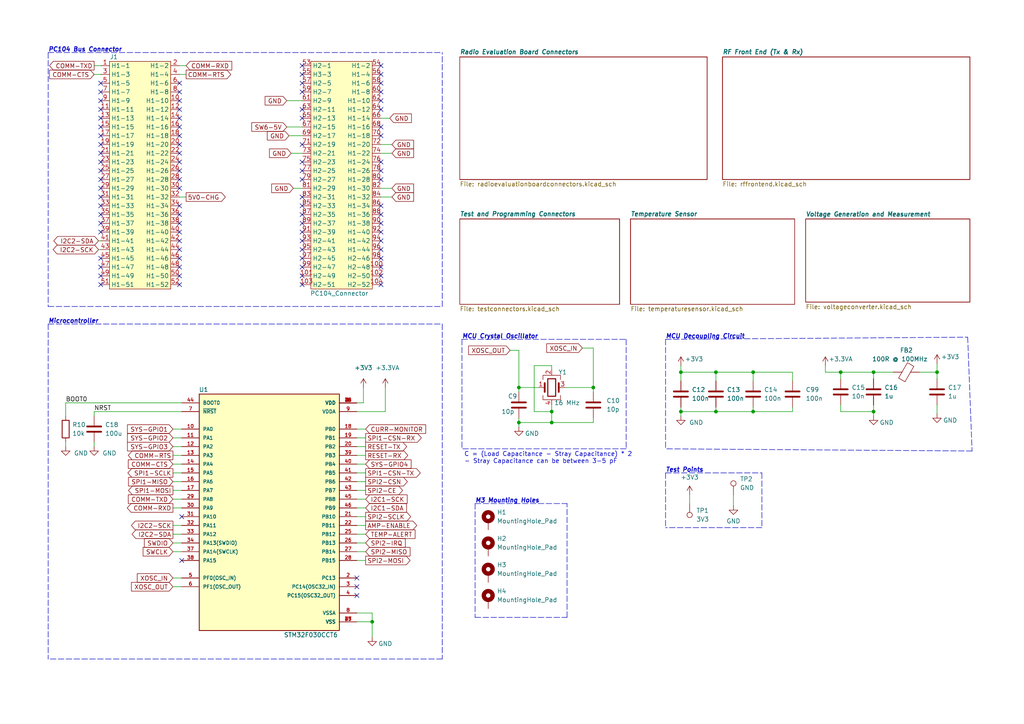
<source format=kicad_sch>
(kicad_sch (version 20211123) (generator eeschema)
  (paper "A4")
  (lib_symbols
    (symbol "Connector:TestPoint" (pin_numbers hide) (pin_names (offset 0.762) hide)
      (property "Reference" "TP" (at 0 6.858 0))
      (property "Value" "TestPoint" (at 0 5.08 0))
      (symbol "TestPoint_0_1"
        (circle (center 0 3.302) (radius 0.762))
      )
      (symbol "TestPoint_1_1"
        (pin passive line (at 0 0 90) (length 2.54) (name "1") (number "1"))
      )
    )
    (symbol "Device:C" (pin_numbers hide) (pin_names (offset 0.254))
      (property "Reference" "C" (at 0.635 2.54 0))
      (property "Value" "C" (at 0.635 -2.54 0))
      (symbol "C_0_1"
        (polyline (pts (xy -2.032 -0.762) (xy 2.032 -0.762)) (stroke (width 0.508)))
        (polyline (pts (xy -2.032 0.762) (xy 2.032 0.762)) (stroke (width 0.508)))
      )
      (symbol "C_1_1"
        (pin passive line (at 0 3.81 270) (length 2.794) (name "~") (number "1"))
        (pin passive line (at 0 -3.81 90) (length 2.794) (name "~") (number "2"))
      )
    )
    (symbol "Device:Crystal_GND24" (pin_names (offset 1.016) hide)
      (property "Reference" "Y" (at 3.175 5.08 0))
      (property "Value" "Crystal_GND24" (at 3.175 3.175 0))
      (symbol "Crystal_GND24_0_1"
        (rectangle (start -1.143 2.54) (end 1.143 -2.54) (stroke (width 0.3048)))
        (polyline (pts (xy -2.54 0) (xy -2.032 0)))
        (polyline (pts (xy -2.032 -1.27) (xy -2.032 1.27)) (stroke (width 0.508)))
        (polyline (pts (xy 0 -3.81) (xy 0 -3.556)))
        (polyline (pts (xy 0 3.556) (xy 0 3.81)))
        (polyline (pts (xy 2.032 -1.27) (xy 2.032 1.27)) (stroke (width 0.508)))
        (polyline (pts (xy 2.032 0) (xy 2.54 0)))
        (polyline (pts (xy -2.54 -2.286) (xy -2.54 -3.556) (xy 2.54 -3.556) (xy 2.54 -2.286)))
        (polyline (pts (xy -2.54 2.286) (xy -2.54 3.556) (xy 2.54 3.556) (xy 2.54 2.286)))
      )
      (symbol "Crystal_GND24_1_1"
        (pin passive line (at -3.81 0 0) (length 1.27) (name "1") (number "1"))
        (pin passive line (at 0 5.08 270) (length 1.27) (name "2") (number "2"))
        (pin passive line (at 3.81 0 180) (length 1.27) (name "3") (number "3"))
        (pin passive line (at 0 -5.08 90) (length 1.27) (name "4") (number "4"))
      )
    )
    (symbol "Device:FerriteBead" (pin_numbers hide) (pin_names (offset 0))
      (property "Reference" "FB" (at -3.81 0.635 90))
      (property "Value" "FerriteBead" (at 3.81 0 90))
      (symbol "FerriteBead_0_1"
        (polyline (pts (xy 0 -1.27) (xy 0 -1.2192)))
        (polyline (pts (xy 0 1.27) (xy 0 1.2954)))
        (polyline (pts (xy -2.7686 0.4064) (xy -1.7018 2.2606) (xy 2.7686 -0.3048) (xy 1.6764 -2.159) (xy -2.7686 0.4064)))
      )
      (symbol "FerriteBead_1_1"
        (pin passive line (at 0 3.81 270) (length 2.54) (name "~") (number "1"))
        (pin passive line (at 0 -3.81 90) (length 2.54) (name "~") (number "2"))
      )
    )
    (symbol "Device:R" (pin_numbers hide) (pin_names (offset 0))
      (property "Reference" "R" (at 2.032 0 90))
      (property "Value" "R" (at 0 0 90))
      (symbol "R_0_1"
        (rectangle (start -1.016 -2.54) (end 1.016 2.54) (stroke (width 0.254)))
      )
      (symbol "R_1_1"
        (pin passive line (at 0 3.81 270) (length 1.27) (name "~") (number "1"))
        (pin passive line (at 0 -3.81 90) (length 1.27) (name "~") (number "2"))
      )
    )
    (symbol "Mechanical:MountingHole_Pad" (pin_numbers hide) (pin_names (offset 1.016) hide)
      (property "Reference" "H" (at 0 6.35 0))
      (property "Value" "MountingHole_Pad" (at 0 4.445 0))
      (symbol "MountingHole_Pad_0_1"
        (circle (center 0 1.27) (radius 1.27) (stroke (width 1.27)))
      )
      (symbol "MountingHole_Pad_1_1"
        (pin input line (at 0 -2.54 90) (length 2.54) (name "1") (number "1"))
      )
    )
    (symbol "STM32F030CCT6:STM32F030CCT6" (pin_names (offset 1.016))
      (property "Reference" "U" (at -20.3383 33.0497 0))
      (property "Value" "STM32F030CCT6" (at -20.3351 -38.1284 0))
      (symbol "STM32F030CCT6_0_0"
        (rectangle (start -20.32 -35.56) (end 20.32 33.02) (stroke (width 0.254)) (fill (type background)))
        (pin power_in line (at 25.4 30.48 180) (length 5.08) (name "VDD") (number "1"))
        (pin bidirectional line (at -25.4 22.86 0) (length 5.08) (name "PA0") (number "10"))
        (pin bidirectional line (at -25.4 20.32 0) (length 5.08) (name "PA1") (number "11"))
        (pin bidirectional line (at -25.4 17.78 0) (length 5.08) (name "PA2") (number "12"))
        (pin bidirectional line (at -25.4 15.24 0) (length 5.08) (name "PA3") (number "13"))
        (pin bidirectional line (at -25.4 12.7 0) (length 5.08) (name "PA4") (number "14"))
        (pin bidirectional line (at -25.4 10.16 0) (length 5.08) (name "PA5") (number "15"))
        (pin bidirectional line (at -25.4 7.62 0) (length 5.08) (name "PA6") (number "16"))
        (pin bidirectional line (at -25.4 5.08 0) (length 5.08) (name "PA7") (number "17"))
        (pin bidirectional line (at 25.4 22.86 180) (length 5.08) (name "PB0") (number "18"))
        (pin bidirectional line (at 25.4 20.32 180) (length 5.08) (name "PB1") (number "19"))
        (pin bidirectional line (at 25.4 -20.32 180) (length 5.08) (name "PC13") (number "2"))
        (pin bidirectional line (at 25.4 17.78 180) (length 5.08) (name "PB2") (number "20"))
        (pin bidirectional line (at 25.4 -2.54 180) (length 5.08) (name "PB10") (number "21"))
        (pin bidirectional line (at 25.4 -5.08 180) (length 5.08) (name "PB11") (number "22"))
        (pin power_in line (at 25.4 -33.02 180) (length 5.08) (name "VSS") (number "23"))
        (pin power_in line (at 25.4 30.48 180) (length 5.08) (name "VDD") (number "24"))
        (pin bidirectional line (at 25.4 -7.62 180) (length 5.08) (name "PB12") (number "25"))
        (pin bidirectional line (at 25.4 -10.16 180) (length 5.08) (name "PB13") (number "26"))
        (pin bidirectional line (at 25.4 -12.7 180) (length 5.08) (name "PB14") (number "27"))
        (pin bidirectional line (at 25.4 -15.24 180) (length 5.08) (name "PB15") (number "28"))
        (pin bidirectional line (at -25.4 2.54 0) (length 5.08) (name "PA8") (number "29"))
        (pin bidirectional line (at 25.4 -22.86 180) (length 5.08) (name "PC14(OSC32_IN)") (number "3"))
        (pin bidirectional line (at -25.4 0 0) (length 5.08) (name "PA9") (number "30"))
        (pin bidirectional line (at -25.4 -2.54 0) (length 5.08) (name "PA10") (number "31"))
        (pin bidirectional line (at -25.4 -5.08 0) (length 5.08) (name "PA11") (number "32"))
        (pin bidirectional line (at -25.4 -7.62 0) (length 5.08) (name "PA12") (number "33"))
        (pin bidirectional line (at -25.4 -10.16 0) (length 5.08) (name "PA13(SWDIO)") (number "34"))
        (pin power_in line (at 25.4 -33.02 180) (length 5.08) (name "VSS") (number "35"))
        (pin power_in line (at 25.4 30.48 180) (length 5.08) (name "VDD") (number "36"))
        (pin bidirectional line (at -25.4 -12.7 0) (length 5.08) (name "PA14(SWCLK)") (number "37"))
        (pin bidirectional line (at -25.4 -15.24 0) (length 5.08) (name "PA15") (number "38"))
        (pin bidirectional line (at 25.4 15.24 180) (length 5.08) (name "PB3") (number "39"))
        (pin bidirectional line (at 25.4 -25.4 180) (length 5.08) (name "PC15(OSC32_OUT)") (number "4"))
        (pin bidirectional line (at 25.4 12.7 180) (length 5.08) (name "PB4") (number "40"))
        (pin bidirectional line (at 25.4 10.16 180) (length 5.08) (name "PB5") (number "41"))
        (pin bidirectional line (at 25.4 7.62 180) (length 5.08) (name "PB6") (number "42"))
        (pin bidirectional line (at 25.4 5.08 180) (length 5.08) (name "PB7") (number "43"))
        (pin input line (at -25.4 30.48 0) (length 5.08) (name "BOOT0") (number "44"))
        (pin bidirectional line (at 25.4 2.54 180) (length 5.08) (name "PB8") (number "45"))
        (pin bidirectional line (at 25.4 0 180) (length 5.08) (name "PB9") (number "46"))
        (pin power_in line (at 25.4 -33.02 180) (length 5.08) (name "VSS") (number "47"))
        (pin power_in line (at 25.4 30.48 180) (length 5.08) (name "VDD") (number "48"))
        (pin bidirectional line (at -25.4 -20.32 0) (length 5.08) (name "PF0(OSC_IN)") (number "5"))
        (pin bidirectional line (at -25.4 -22.86 0) (length 5.08) (name "PF1(OSC_OUT)") (number "6"))
        (pin bidirectional line (at -25.4 27.94 0) (length 5.08) (name "~{NRST}") (number "7"))
        (pin power_in line (at 25.4 -30.48 180) (length 5.08) (name "VSSA") (number "8"))
        (pin power_in line (at 25.4 27.94 180) (length 5.08) (name "VDDA") (number "9"))
      )
    )
    (symbol "power:+3.3VA" (power) (pin_names (offset 0))
      (property "Value" "+3.3VA" (at 0 3.556 0))
      (symbol "+3.3VA_0_1"
        (polyline (pts (xy -0.762 1.27) (xy 0 2.54)))
        (polyline (pts (xy 0 0) (xy 0 2.54)))
        (polyline (pts (xy 0 2.54) (xy 0.762 1.27)))
      )
      (symbol "+3.3VA_1_1"
        (pin power_in line (at 0 0 90) (length 0) hide (name "+3.3VA") (number "1"))
      )
    )
    (symbol "power:+3V3" (power) (pin_names (offset 0))
      (property "Value" "+3V3" (at 0 3.556 0))
      (symbol "+3V3_0_1"
        (polyline (pts (xy -0.762 1.27) (xy 0 2.54)))
        (polyline (pts (xy 0 0) (xy 0 2.54)))
        (polyline (pts (xy 0 2.54) (xy 0.762 1.27)))
      )
      (symbol "+3V3_1_1"
        (pin power_in line (at 0 0 90) (length 0) hide (name "+3V3") (number "1"))
      )
    )
    (symbol "power:GND" (power) (pin_names (offset 0))
      (property "Value" "GND" (at 0 -3.81 0))
      (symbol "GND_0_1"
        (polyline (pts (xy 0 0) (xy 0 -1.27) (xy 1.27 -1.27) (xy 0 -2.54) (xy -1.27 -1.27) (xy 0 -1.27)))
      )
      (symbol "GND_1_1"
        (pin power_in line (at 0 0 270) (length 0) hide (name "GND") (number "1"))
      )
    )
    (symbol "qset-connector-library:PC104_Connector"
      (property "Reference" "J" (at -36.83 -71.12 0))
      (property "Value" "PC104_Connector" (at -26.67 -71.12 0))
      (symbol "PC104_Connector_0_1"
        (rectangle (start -38.1 -2.54) (end -20.32 -68.58) (fill (type background)))
        (rectangle (start 20.32 -2.54) (end 38.1 -68.58) (fill (type background)))
      )
      (symbol "PC104_Connector_1_1"
        (pin bidirectional line (at -40.64 -3.81 0) (length 2.54) (name "H1-1") (number "1"))
        (pin bidirectional line (at -17.78 -13.97 180) (length 2.54) (name "H1-10") (number "10"))
        (pin bidirectional line (at 40.64 -62.23 180) (length 2.54) (name "H2-48") (number "100"))
        (pin bidirectional line (at 17.78 -64.77 0) (length 2.54) (name "H2-49") (number "101"))
        (pin bidirectional line (at 40.64 -64.77 180) (length 2.54) (name "H2-50") (number "102"))
        (pin bidirectional line (at 17.78 -67.31 0) (length 2.54) (name "H2-51") (number "103"))
        (pin bidirectional line (at 40.64 -67.31 180) (length 2.54) (name "H2-52") (number "104"))
        (pin bidirectional line (at -40.64 -16.51 0) (length 2.54) (name "H1-11") (number "11"))
        (pin bidirectional line (at -17.78 -16.51 180) (length 2.54) (name "H1-12") (number "12"))
        (pin bidirectional line (at -40.64 -19.05 0) (length 2.54) (name "H1-13") (number "13"))
        (pin bidirectional line (at -17.78 -19.05 180) (length 2.54) (name "H1-14") (number "14"))
        (pin bidirectional line (at -40.64 -21.59 0) (length 2.54) (name "H1-15") (number "15"))
        (pin bidirectional line (at -17.78 -21.59 180) (length 2.54) (name "H1-16") (number "16"))
        (pin bidirectional line (at -40.64 -24.13 0) (length 2.54) (name "H1-17") (number "17"))
        (pin bidirectional line (at -17.78 -24.13 180) (length 2.54) (name "H1-18") (number "18"))
        (pin bidirectional line (at -40.64 -26.67 0) (length 2.54) (name "H1-19") (number "19"))
        (pin bidirectional line (at -17.78 -3.81 180) (length 2.54) (name "H1-2") (number "2"))
        (pin bidirectional line (at -17.78 -26.67 180) (length 2.54) (name "H1-20") (number "20"))
        (pin bidirectional line (at -40.64 -29.21 0) (length 2.54) (name "H1-21") (number "21"))
        (pin bidirectional line (at -17.78 -29.21 180) (length 2.54) (name "H1-22") (number "22"))
        (pin bidirectional line (at -40.64 -31.75 0) (length 2.54) (name "H1-23") (number "23"))
        (pin bidirectional line (at -17.78 -31.75 180) (length 2.54) (name "H1-24") (number "24"))
        (pin bidirectional line (at -40.64 -34.29 0) (length 2.54) (name "H1-25") (number "25"))
        (pin bidirectional line (at -17.78 -34.29 180) (length 2.54) (name "H1-26") (number "26"))
        (pin bidirectional line (at -40.64 -36.83 0) (length 2.54) (name "H1-27") (number "27"))
        (pin bidirectional line (at -17.78 -36.83 180) (length 2.54) (name "H1-28") (number "28"))
        (pin bidirectional line (at -40.64 -39.37 0) (length 2.54) (name "H1-29") (number "29"))
        (pin bidirectional line (at -40.64 -6.35 0) (length 2.54) (name "H1-3") (number "3"))
        (pin bidirectional line (at -17.78 -39.37 180) (length 2.54) (name "H1-30") (number "30"))
        (pin bidirectional line (at -40.64 -41.91 0) (length 2.54) (name "H1-31") (number "31"))
        (pin bidirectional line (at -17.78 -41.91 180) (length 2.54) (name "H1-32") (number "32"))
        (pin bidirectional line (at -40.64 -44.45 0) (length 2.54) (name "H1-33") (number "33"))
        (pin bidirectional line (at -17.78 -44.45 180) (length 2.54) (name "H1-34") (number "34"))
        (pin bidirectional line (at -40.64 -46.99 0) (length 2.54) (name "H1-35") (number "35"))
        (pin bidirectional line (at -17.78 -46.99 180) (length 2.54) (name "H1-36") (number "36"))
        (pin bidirectional line (at -40.64 -49.53 0) (length 2.54) (name "H1-37") (number "37"))
        (pin bidirectional line (at -17.78 -49.53 180) (length 2.54) (name "H1-38") (number "38"))
        (pin bidirectional line (at -40.64 -52.07 0) (length 2.54) (name "H1-39") (number "39"))
        (pin bidirectional line (at -17.78 -6.35 180) (length 2.54) (name "H1-4") (number "4"))
        (pin bidirectional line (at -17.78 -52.07 180) (length 2.54) (name "H1-40") (number "40"))
        (pin bidirectional line (at -40.64 -54.61 0) (length 2.54) (name "H1-41") (number "41"))
        (pin bidirectional line (at -17.78 -54.61 180) (length 2.54) (name "H1-42") (number "42"))
        (pin bidirectional line (at -40.64 -57.15 0) (length 2.54) (name "H1-43") (number "43"))
        (pin bidirectional line (at -17.78 -57.15 180) (length 2.54) (name "H1-44") (number "44"))
        (pin bidirectional line (at -40.64 -59.69 0) (length 2.54) (name "H1-45") (number "45"))
        (pin bidirectional line (at -17.78 -59.69 180) (length 2.54) (name "H1-46") (number "46"))
        (pin bidirectional line (at -40.64 -62.23 0) (length 2.54) (name "H1-47") (number "47"))
        (pin bidirectional line (at -17.78 -62.23 180) (length 2.54) (name "H1-48") (number "48"))
        (pin bidirectional line (at -40.64 -64.77 0) (length 2.54) (name "H1-49") (number "49"))
        (pin bidirectional line (at -40.64 -8.89 0) (length 2.54) (name "H1-5") (number "5"))
        (pin bidirectional line (at -17.78 -64.77 180) (length 2.54) (name "H1-50") (number "50"))
        (pin bidirectional line (at -40.64 -67.31 0) (length 2.54) (name "H1-51") (number "51"))
        (pin bidirectional line (at -17.78 -67.31 180) (length 2.54) (name "H1-52") (number "52"))
        (pin bidirectional line (at 17.78 -3.81 0) (length 2.54) (name "H2-1") (number "53"))
        (pin bidirectional line (at 40.64 -3.81 180) (length 2.54) (name "H1-2") (number "54"))
        (pin bidirectional line (at 17.78 -6.35 0) (length 2.54) (name "H3-3") (number "55"))
        (pin bidirectional line (at 40.64 -6.35 180) (length 2.54) (name "H1-4") (number "56"))
        (pin bidirectional line (at 17.78 -8.89 0) (length 2.54) (name "H2-5") (number "57"))
        (pin bidirectional line (at 40.64 -8.89 180) (length 2.54) (name "H1-6") (number "58"))
        (pin bidirectional line (at 17.78 -11.43 0) (length 2.54) (name "H2-7") (number "59"))
        (pin bidirectional line (at -17.78 -8.89 180) (length 2.54) (name "H1-6") (number "6"))
        (pin bidirectional line (at 40.64 -11.43 180) (length 2.54) (name "H1-8") (number "60"))
        (pin bidirectional line (at 17.78 -13.97 0) (length 2.54) (name "H2-9") (number "61"))
        (pin bidirectional line (at 40.64 -13.97 180) (length 2.54) (name "H1-10") (number "62"))
        (pin bidirectional line (at 17.78 -16.51 0) (length 2.54) (name "H2-11") (number "63"))
        (pin bidirectional line (at 40.64 -16.51 180) (length 2.54) (name "H1-12") (number "64"))
        (pin bidirectional line (at 17.78 -19.05 0) (length 2.54) (name "H2-13") (number "65"))
        (pin bidirectional line (at 40.64 -19.05 180) (length 2.54) (name "H1-14") (number "66"))
        (pin bidirectional line (at 17.78 -21.59 0) (length 2.54) (name "H2-15") (number "67"))
        (pin bidirectional line (at 40.64 -21.59 180) (length 2.54) (name "H1-16") (number "68"))
        (pin bidirectional line (at 17.78 -24.13 0) (length 2.54) (name "H2-17") (number "69"))
        (pin bidirectional line (at -40.64 -11.43 0) (length 2.54) (name "H1-7") (number "7"))
        (pin bidirectional line (at 40.64 -24.13 180) (length 2.54) (name "H1-18") (number "70"))
        (pin bidirectional line (at 17.78 -26.67 0) (length 2.54) (name "H2-19") (number "71"))
        (pin bidirectional line (at 40.64 -26.67 180) (length 2.54) (name "H1-20") (number "72"))
        (pin bidirectional line (at 17.78 -29.21 0) (length 2.54) (name "H2-21") (number "73"))
        (pin bidirectional line (at 40.64 -29.21 180) (length 2.54) (name "H1-22") (number "74"))
        (pin bidirectional line (at 17.78 -31.75 0) (length 2.54) (name "H2-23") (number "75"))
        (pin bidirectional line (at 40.64 -31.75 180) (length 2.54) (name "H1-24") (number "76"))
        (pin bidirectional line (at 17.78 -34.29 0) (length 2.54) (name "H2-25") (number "77"))
        (pin bidirectional line (at 40.64 -34.29 180) (length 2.54) (name "H1-26") (number "78"))
        (pin bidirectional line (at 17.78 -36.83 0) (length 2.54) (name "H2-27") (number "79"))
        (pin bidirectional line (at -17.78 -11.43 180) (length 2.54) (name "H1-8") (number "8"))
        (pin bidirectional line (at 40.64 -36.83 180) (length 2.54) (name "H1-28") (number "80"))
        (pin bidirectional line (at 17.78 -39.37 0) (length 2.54) (name "H2-29") (number "81"))
        (pin bidirectional line (at 40.64 -39.37 180) (length 2.54) (name "H1-30") (number "82"))
        (pin bidirectional line (at 17.78 -41.91 0) (length 2.54) (name "H2-31") (number "83"))
        (pin bidirectional line (at 40.64 -41.91 180) (length 2.54) (name "H1-32") (number "84"))
        (pin bidirectional line (at 17.78 -44.45 0) (length 2.54) (name "H2-33") (number "85"))
        (pin bidirectional line (at 40.64 -44.45 180) (length 2.54) (name "H1-34") (number "86"))
        (pin bidirectional line (at 17.78 -46.99 0) (length 2.54) (name "H2-35") (number "87"))
        (pin bidirectional line (at 40.64 -46.99 180) (length 2.54) (name "H1-36") (number "88"))
        (pin bidirectional line (at 17.78 -49.53 0) (length 2.54) (name "H2-37") (number "89"))
        (pin bidirectional line (at -40.64 -13.97 0) (length 2.54) (name "H1-9") (number "9"))
        (pin bidirectional line (at 40.64 -49.53 180) (length 2.54) (name "H1-38") (number "90"))
        (pin bidirectional line (at 17.78 -52.07 0) (length 2.54) (name "H2-39") (number "91"))
        (pin bidirectional line (at 40.64 -52.07 180) (length 2.54) (name "H1-40") (number "92"))
        (pin bidirectional line (at 17.78 -54.61 0) (length 2.54) (name "H2-41") (number "93"))
        (pin bidirectional line (at 40.64 -54.61 180) (length 2.54) (name "H1-42") (number "94"))
        (pin bidirectional line (at 17.78 -57.15 0) (length 2.54) (name "H2-43") (number "95"))
        (pin bidirectional line (at 40.64 -57.15 180) (length 2.54) (name "H1-44") (number "96"))
        (pin bidirectional line (at 17.78 -59.69 0) (length 2.54) (name "H2-45") (number "97"))
        (pin bidirectional line (at 40.64 -59.69 180) (length 2.54) (name "H2-46") (number "98"))
        (pin bidirectional line (at 17.78 -62.23 0) (length 2.54) (name "H2-47") (number "99"))
      )
    )
  )
  (junction (at 197.485 119.38))
  (junction (at 218.44 107.95))
  (junction (at 172.085 112.395))
  (junction (at 243.84 107.95))
  (junction (at 253.365 119.38))
  (junction (at 271.78 107.95))
  (junction (at 107.95 180.34))
  (junction (at 197.485 107.95))
  (junction (at 207.645 119.38))
  (junction (at 150.495 112.395))
  (junction (at 160.02 122.555))
  (junction (at 218.44 119.38))
  (junction (at 150.495 122.555))
  (junction (at 253.365 107.95))
  (junction (at 160.02 119.38))
  (junction (at 207.645 107.95))
  (no_connect (at 29.21 29.21))
  (no_connect (at 29.21 31.75))
  (no_connect (at 29.21 46.99))
  (no_connect (at 29.21 24.13))
  (no_connect (at 29.21 26.67))
  (no_connect (at 29.21 34.29))
  (no_connect (at 29.21 36.83))
  (no_connect (at 29.21 39.37))
  (no_connect (at 29.21 41.91))
  (no_connect (at 29.21 44.45))
  (no_connect (at 29.21 59.69))
  (no_connect (at 29.21 62.23))
  (no_connect (at 29.21 64.77))
  (no_connect (at 29.21 67.31))
  (no_connect (at 29.21 74.93))
  (no_connect (at 29.21 77.47))
  (no_connect (at 29.21 80.01))
  (no_connect (at 29.21 82.55))
  (no_connect (at 52.07 82.55))
  (no_connect (at 52.07 80.01))
  (no_connect (at 52.07 77.47))
  (no_connect (at 52.07 74.93))
  (no_connect (at 52.07 72.39))
  (no_connect (at 52.07 69.85))
  (no_connect (at 52.07 67.31))
  (no_connect (at 52.07 64.77))
  (no_connect (at 52.07 62.23))
  (no_connect (at 52.07 59.69))
  (no_connect (at 29.21 49.53))
  (no_connect (at 29.21 52.07))
  (no_connect (at 29.21 54.61))
  (no_connect (at 29.21 57.15))
  (no_connect (at 52.07 54.61))
  (no_connect (at 52.07 52.07))
  (no_connect (at 52.07 49.53))
  (no_connect (at 52.07 46.99))
  (no_connect (at 52.07 44.45))
  (no_connect (at 52.07 41.91))
  (no_connect (at 52.07 36.83))
  (no_connect (at 52.07 39.37))
  (no_connect (at 52.07 24.13))
  (no_connect (at 52.07 26.67))
  (no_connect (at 52.07 29.21))
  (no_connect (at 52.07 31.75))
  (no_connect (at 52.07 34.29))
  (no_connect (at 87.63 31.75))
  (no_connect (at 87.63 19.05))
  (no_connect (at 87.63 21.59))
  (no_connect (at 87.63 24.13))
  (no_connect (at 87.63 26.67))
  (no_connect (at 87.63 34.29))
  (no_connect (at 87.63 41.91))
  (no_connect (at 87.63 46.99))
  (no_connect (at 87.63 49.53))
  (no_connect (at 87.63 52.07))
  (no_connect (at 87.63 57.15))
  (no_connect (at 87.63 59.69))
  (no_connect (at 87.63 62.23))
  (no_connect (at 87.63 64.77))
  (no_connect (at 87.63 67.31))
  (no_connect (at 87.63 69.85))
  (no_connect (at 87.63 72.39))
  (no_connect (at 87.63 74.93))
  (no_connect (at 87.63 77.47))
  (no_connect (at 87.63 80.01))
  (no_connect (at 87.63 82.55))
  (no_connect (at 110.49 82.55))
  (no_connect (at 110.49 80.01))
  (no_connect (at 110.49 77.47))
  (no_connect (at 110.49 74.93))
  (no_connect (at 110.49 72.39))
  (no_connect (at 110.49 69.85))
  (no_connect (at 110.49 67.31))
  (no_connect (at 110.49 64.77))
  (no_connect (at 110.49 62.23))
  (no_connect (at 110.49 59.69))
  (no_connect (at 110.49 52.07))
  (no_connect (at 52.705 162.56))
  (no_connect (at 103.505 170.18))
  (no_connect (at 103.505 172.72))
  (no_connect (at 103.505 167.64))
  (no_connect (at 52.705 149.86))
  (no_connect (at 110.49 29.21))
  (no_connect (at 110.49 19.05))
  (no_connect (at 110.49 21.59))
  (no_connect (at 110.49 24.13))
  (no_connect (at 110.49 26.67))
  (no_connect (at 110.49 49.53))
  (no_connect (at 110.49 46.99))
  (no_connect (at 110.49 39.37))
  (no_connect (at 110.49 36.83))
  (no_connect (at 110.49 31.75))
  (wire (pts (xy 243.84 119.38) (xy 253.365 119.38)))
  (wire (pts (xy 106.045 147.32) (xy 103.505 147.32)))
  (wire (pts (xy 218.44 118.11) (xy 218.44 119.38)))
  (wire (pts (xy 107.95 177.8) (xy 103.505 177.8)))
  (wire (pts (xy 218.44 107.95) (xy 218.44 110.49)))
  (wire (pts (xy 160.02 106.045) (xy 154.94 106.045)))
  (polyline (pts (xy 220.98 153.035) (xy 193.04 153.035)))
  (wire (pts (xy 160.02 107.315) (xy 160.02 106.045)))
  (wire (pts (xy 197.485 107.95) (xy 197.485 110.49)))
  (wire (pts (xy 50.165 139.7) (xy 52.705 139.7)))
  (wire (pts (xy 113.665 54.61) (xy 110.49 54.61)))
  (polyline (pts (xy 193.04 137.16) (xy 220.98 137.16)))
  (wire (pts (xy 106.045 142.24) (xy 103.505 142.24)))
  (polyline (pts (xy 13.97 15.24) (xy 13.97 88.9)))
  (wire (pts (xy 113.665 44.45) (xy 110.49 44.45)))
  (wire (pts (xy 106.045 154.94) (xy 103.505 154.94)))
  (wire (pts (xy 197.485 119.38) (xy 197.485 120.65)))
  (wire (pts (xy 253.365 117.475) (xy 253.365 119.38)))
  (wire (pts (xy 150.495 122.555) (xy 150.495 123.825)))
  (wire (pts (xy 105.41 116.84) (xy 103.505 116.84)))
  (wire (pts (xy 50.165 142.24) (xy 52.705 142.24)))
  (polyline (pts (xy 281.94 130.81) (xy 193.04 130.175)))
  (polyline (pts (xy 128.27 93.98) (xy 128.27 191.135)))
  (wire (pts (xy 105.41 112.395) (xy 105.41 116.84)))
  (wire (pts (xy 253.365 119.38) (xy 253.365 120.65)))
  (wire (pts (xy 150.495 121.285) (xy 150.495 122.555)))
  (polyline (pts (xy 13.97 93.98) (xy 13.97 191.135)))
  (wire (pts (xy 50.165 129.54) (xy 52.705 129.54)))
  (wire (pts (xy 106.045 139.7) (xy 103.505 139.7)))
  (wire (pts (xy 154.94 106.045) (xy 154.94 119.38)))
  (wire (pts (xy 27.305 19.05) (xy 29.21 19.05)))
  (wire (pts (xy 27.305 128.27) (xy 27.305 129.54)))
  (wire (pts (xy 207.645 107.95) (xy 218.44 107.95)))
  (polyline (pts (xy 280.67 97.79) (xy 281.94 130.81)))
  (polyline (pts (xy 137.795 146.05) (xy 137.795 179.07)))
  (wire (pts (xy 106.045 149.86) (xy 103.505 149.86)))
  (wire (pts (xy 113.03 34.29) (xy 110.49 34.29)))
  (wire (pts (xy 106.045 144.78) (xy 103.505 144.78)))
  (wire (pts (xy 150.495 122.555) (xy 160.02 122.555)))
  (polyline (pts (xy 13.97 88.9) (xy 128.27 88.9)))
  (wire (pts (xy 154.94 119.38) (xy 160.02 119.38)))
  (wire (pts (xy 106.045 137.16) (xy 103.505 137.16)))
  (polyline (pts (xy 164.465 179.07) (xy 164.465 146.05)))
  (wire (pts (xy 83.185 29.21) (xy 87.63 29.21)))
  (wire (pts (xy 253.365 109.855) (xy 253.365 107.95)))
  (wire (pts (xy 197.485 107.95) (xy 207.645 107.95)))
  (polyline (pts (xy 193.04 98.425) (xy 193.04 130.175)))
  (wire (pts (xy 27.305 119.38) (xy 27.305 120.65)))
  (wire (pts (xy 107.95 184.785) (xy 107.95 180.34)))
  (wire (pts (xy 266.7 107.95) (xy 271.78 107.95)))
  (wire (pts (xy 106.045 134.62) (xy 103.505 134.62)))
  (wire (pts (xy 50.165 147.32) (xy 52.705 147.32)))
  (wire (pts (xy 83.185 36.83) (xy 87.63 36.83)))
  (wire (pts (xy 106.045 129.54) (xy 103.505 129.54)))
  (wire (pts (xy 156.21 112.395) (xy 150.495 112.395)))
  (wire (pts (xy 19.05 116.84) (xy 52.705 116.84)))
  (wire (pts (xy 253.365 107.95) (xy 259.08 107.95)))
  (wire (pts (xy 28.575 69.85) (xy 29.21 69.85)))
  (polyline (pts (xy 13.97 93.98) (xy 128.27 93.98)))
  (wire (pts (xy 163.83 112.395) (xy 172.085 112.395)))
  (wire (pts (xy 172.085 100.965) (xy 172.085 112.395)))
  (wire (pts (xy 53.975 57.15) (xy 52.07 57.15)))
  (wire (pts (xy 111.76 112.395) (xy 111.76 119.38)))
  (wire (pts (xy 106.045 132.08) (xy 103.505 132.08)))
  (wire (pts (xy 150.495 101.6) (xy 150.495 112.395)))
  (wire (pts (xy 150.495 112.395) (xy 150.495 113.665)))
  (polyline (pts (xy 193.04 98.425) (xy 280.67 97.79)))
  (wire (pts (xy 50.165 160.02) (xy 52.705 160.02)))
  (wire (pts (xy 50.165 124.46) (xy 52.705 124.46)))
  (wire (pts (xy 239.395 107.95) (xy 239.395 106.045)))
  (wire (pts (xy 243.84 117.475) (xy 243.84 119.38)))
  (wire (pts (xy 243.84 107.95) (xy 243.84 109.855)))
  (wire (pts (xy 168.91 100.965) (xy 172.085 100.965)))
  (wire (pts (xy 106.045 152.4) (xy 103.505 152.4)))
  (wire (pts (xy 172.085 121.285) (xy 172.085 122.555)))
  (wire (pts (xy 160.02 119.38) (xy 160.02 117.475)))
  (polyline (pts (xy 128.27 191.135) (xy 13.97 191.135)))
  (wire (pts (xy 106.045 162.56) (xy 103.505 162.56)))
  (polyline (pts (xy 181.61 130.175) (xy 133.985 130.175)))
  (wire (pts (xy 50.165 144.78) (xy 52.705 144.78)))
  (wire (pts (xy 172.085 112.395) (xy 172.085 113.665)))
  (wire (pts (xy 197.485 118.11) (xy 197.485 119.38)))
  (wire (pts (xy 19.05 128.27) (xy 19.05 129.54)))
  (wire (pts (xy 53.975 19.05) (xy 52.07 19.05)))
  (wire (pts (xy 19.05 120.65) (xy 19.05 116.84)))
  (wire (pts (xy 110.49 41.91) (xy 113.665 41.91)))
  (wire (pts (xy 106.045 124.46) (xy 103.505 124.46)))
  (polyline (pts (xy 220.98 137.16) (xy 220.98 153.035)))
  (wire (pts (xy 83.82 39.37) (xy 87.63 39.37)))
  (polyline (pts (xy 137.795 179.07) (xy 164.465 179.07)))
  (polyline (pts (xy 133.985 98.425) (xy 181.61 98.425)))
  (wire (pts (xy 160.02 119.38) (xy 160.02 122.555)))
  (wire (pts (xy 212.725 143.51) (xy 212.725 146.685)))
  (wire (pts (xy 200.025 143.51) (xy 200.025 146.05)))
  (wire (pts (xy 207.645 118.11) (xy 207.645 119.38)))
  (wire (pts (xy 27.305 21.59) (xy 29.21 21.59)))
  (wire (pts (xy 50.165 167.64) (xy 52.705 167.64)))
  (wire (pts (xy 106.045 160.02) (xy 103.505 160.02)))
  (wire (pts (xy 229.87 118.11) (xy 229.87 119.38)))
  (wire (pts (xy 106.045 157.48) (xy 103.505 157.48)))
  (polyline (pts (xy 133.985 98.425) (xy 133.985 130.175)))
  (wire (pts (xy 147.955 101.6) (xy 150.495 101.6)))
  (wire (pts (xy 207.645 119.38) (xy 197.485 119.38)))
  (wire (pts (xy 85.09 54.61) (xy 87.63 54.61)))
  (wire (pts (xy 50.165 170.18) (xy 52.705 170.18)))
  (wire (pts (xy 113.665 57.15) (xy 110.49 57.15)))
  (wire (pts (xy 271.78 107.95) (xy 271.78 109.855)))
  (wire (pts (xy 50.165 137.16) (xy 52.705 137.16)))
  (wire (pts (xy 253.365 107.95) (xy 243.84 107.95)))
  (wire (pts (xy 50.165 134.62) (xy 52.705 134.62)))
  (wire (pts (xy 50.165 154.94) (xy 52.705 154.94)))
  (wire (pts (xy 229.87 119.38) (xy 218.44 119.38)))
  (wire (pts (xy 53.975 21.59) (xy 52.07 21.59)))
  (wire (pts (xy 229.87 107.95) (xy 229.87 110.49)))
  (wire (pts (xy 218.44 119.38) (xy 207.645 119.38)))
  (wire (pts (xy 271.78 117.475) (xy 271.78 120.015)))
  (wire (pts (xy 197.485 106.045) (xy 197.485 107.95)))
  (wire (pts (xy 172.085 122.555) (xy 160.02 122.555)))
  (wire (pts (xy 107.95 180.34) (xy 107.95 177.8)))
  (wire (pts (xy 106.045 127) (xy 103.505 127)))
  (wire (pts (xy 271.78 105.41) (xy 271.78 107.95)))
  (wire (pts (xy 50.165 152.4) (xy 52.705 152.4)))
  (wire (pts (xy 52.705 119.38) (xy 27.305 119.38)))
  (wire (pts (xy 243.84 107.95) (xy 239.395 107.95)))
  (polyline (pts (xy 13.97 15.24) (xy 128.27 15.24)))
  (wire (pts (xy 50.165 157.48) (xy 52.705 157.48)))
  (polyline (pts (xy 128.27 88.9) (xy 128.27 15.24)))
  (wire (pts (xy 103.505 180.34) (xy 107.95 180.34)))
  (polyline (pts (xy 137.795 146.05) (xy 164.465 146.05)))
  (wire (pts (xy 84.455 44.45) (xy 87.63 44.45)))
  (polyline (pts (xy 193.04 137.16) (xy 193.04 153.035)))
  (wire (pts (xy 218.44 107.95) (xy 229.87 107.95)))
  (wire (pts (xy 207.645 107.95) (xy 207.645 110.49)))
  (wire (pts (xy 103.505 119.38) (xy 111.76 119.38)))
  (polyline (pts (xy 181.61 98.425) (xy 181.61 130.175)))
  (wire (pts (xy 50.165 127) (xy 52.705 127)))
  (wire (pts (xy 28.575 72.39) (xy 29.21 72.39)))
  (wire (pts (xy 50.165 132.08) (xy 52.705 132.08)))
  (text "M3 Mounting Holes\n" (at 137.795 146.05 0) (effects (font (size 1.27 1.27) (thickness 0.254) bold italic) (justify left bottom)))
  (text "MCU Crystal Oscillator" (at 133.985 98.425 0) (effects (font (size 1.27 1.27) bold italic) (justify left bottom)))
  (text "C = (Load Capacitance - Stray Capacitance) * 2\n- Stray Capacitance can be between 3-5 pF" (at 134.62 134.62 0) (effects (font (size 1.27 1.27)) (justify left bottom)))
  (text "PC104 Bus Connector" (at 13.97 15.24 0) (effects (font (size 1.27 1.27) (thickness 0.254) bold italic) (justify left bottom)))
  (text "Test Points" (at 193.04 137.16 0) (effects (font (size 1.27 1.27) (thickness 0.254) bold italic) (justify left bottom)))
  (text "MCU Decoupling Circuit" (at 193.04 98.425 0) (effects (font (size 1.27 1.27) bold italic) (justify left bottom)))
  (text "Microcontroller" (at 13.97 93.98 0) (effects (font (size 1.27 1.27) bold italic) (justify left bottom)))
  (label "BOOT0" (at 19.05 116.84 0))
  (label "NRST" (at 27.305 119.38 0))
  (global_label "SPI1-MOSI" (shape output) (at 50.165 142.24 180) (property "Intersheet References" "${INTERSHEET_REFS}" (effects hide)))
  (global_label "I2C2-SDA" (shape bidirectional) (at 28.575 69.85 180) (property "Intersheet References" "${INTERSHEET_REFS}" (effects hide)))
  (global_label "COMM-RXD" (shape output) (at 50.165 147.32 180) (property "Intersheet References" "${INTERSHEET_REFS}" (effects hide)))
  (global_label "SYS-GPIO4" (shape input) (at 106.045 134.62 0) (property "Intersheet References" "${INTERSHEET_REFS}" (effects hide)))
  (global_label "RESET-TX" (shape output) (at 106.045 129.54 0) (property "Intersheet References" "${INTERSHEET_REFS}" (effects hide)))
  (global_label "GND" (shape input) (at 83.82 39.37 180) (property "Intersheet References" "${INTERSHEET_REFS}" (effects hide)))
  (global_label "SPI2-CSN" (shape output) (at 106.045 139.7 0) (property "Intersheet References" "${INTERSHEET_REFS}" (effects hide)))
  (global_label "COMM-TXD" (shape input) (at 50.165 144.78 180) (property "Intersheet References" "${INTERSHEET_REFS}" (effects hide)))
  (global_label "GND" (shape input) (at 113.665 44.45 0) (property "Intersheet References" "${INTERSHEET_REFS}" (effects hide)))
  (global_label "I2C2-SDA" (shape output) (at 50.165 154.94 180) (property "Intersheet References" "${INTERSHEET_REFS}" (effects hide)))
  (global_label "I2C2-SCK" (shape bidirectional) (at 28.575 72.39 180) (property "Intersheet References" "${INTERSHEET_REFS}" (effects hide)))
  (global_label "5V0-CHG" (shape output) (at 53.975 57.15 0) (property "Intersheet References" "${INTERSHEET_REFS}" (effects hide)))
  (global_label "COMM-RTS" (shape output) (at 53.975 21.59 0) (property "Intersheet References" "${INTERSHEET_REFS}" (effects hide)))
  (global_label "SPI2-CE" (shape output) (at 106.045 142.24 0) (property "Intersheet References" "${INTERSHEET_REFS}" (effects hide)))
  (global_label "AMP-ENABLE" (shape output) (at 106.045 152.4 0) (property "Intersheet References" "${INTERSHEET_REFS}" (effects hide)))
  (global_label "SPI2-SCLK" (shape output) (at 106.045 149.86 0) (property "Intersheet References" "${INTERSHEET_REFS}" (effects hide)))
  (global_label "GND" (shape input) (at 113.03 34.29 0) (property "Intersheet References" "${INTERSHEET_REFS}" (effects hide)))
  (global_label "GND" (shape input) (at 113.665 54.61 0) (property "Intersheet References" "${INTERSHEET_REFS}" (effects hide)))
  (global_label "SPI2-MISO" (shape input) (at 106.045 160.02 0) (property "Intersheet References" "${INTERSHEET_REFS}" (effects hide)))
  (global_label "SPI1-SCLK" (shape output) (at 50.165 137.16 180) (property "Intersheet References" "${INTERSHEET_REFS}" (effects hide)))
  (global_label "RESET-RX" (shape output) (at 106.045 132.08 0) (property "Intersheet References" "${INTERSHEET_REFS}" (effects hide)))
  (global_label "SYS-GPIO1" (shape input) (at 50.165 124.46 180) (property "Intersheet References" "${INTERSHEET_REFS}" (effects hide)))
  (global_label "I2C2-SCK" (shape output) (at 50.165 152.4 180) (property "Intersheet References" "${INTERSHEET_REFS}" (effects hide)))
  (global_label "SPI2-IRQ" (shape input) (at 106.045 157.48 0) (property "Intersheet References" "${INTERSHEET_REFS}" (effects hide)))
  (global_label "SW6-5V" (shape input) (at 83.185 36.83 180) (property "Intersheet References" "${INTERSHEET_REFS}" (effects hide)))
  (global_label "XOSC_OUT" (shape input) (at 147.955 101.6 180) (property "Intersheet References" "${INTERSHEET_REFS}" (effects hide)))
  (global_label "GND" (shape input) (at 113.665 57.15 0) (property "Intersheet References" "${INTERSHEET_REFS}" (effects hide)))
  (global_label "GND" (shape input) (at 85.09 54.61 180) (property "Intersheet References" "${INTERSHEET_REFS}" (effects hide)))
  (global_label "SPI1-CSN-TX" (shape output) (at 106.045 137.16 0) (property "Intersheet References" "${INTERSHEET_REFS}" (effects hide)))
  (global_label "XOSC_IN" (shape input) (at 168.91 100.965 180) (property "Intersheet References" "${INTERSHEET_REFS}" (effects hide)))
  (global_label "TEMP-ALERT" (shape input) (at 106.045 154.94 0) (property "Intersheet References" "${INTERSHEET_REFS}" (effects hide)))
  (global_label "GND" (shape input) (at 83.185 29.21 180) (property "Intersheet References" "${INTERSHEET_REFS}" (effects hide)))
  (global_label "COMM-TXD" (shape output) (at 27.305 19.05 180) (property "Intersheet References" "${INTERSHEET_REFS}" (effects hide)))
  (global_label "COMM-CTS" (shape input) (at 27.305 21.59 180) (property "Intersheet References" "${INTERSHEET_REFS}" (effects hide)))
  (global_label "I2C1-SDA" (shape input) (at 106.045 147.32 0) (property "Intersheet References" "${INTERSHEET_REFS}" (effects hide)))
  (global_label "SYS-GPIO2" (shape input) (at 50.165 127 180) (property "Intersheet References" "${INTERSHEET_REFS}" (effects hide)))
  (global_label "COMM-RXD" (shape input) (at 53.975 19.05 0) (property "Intersheet References" "${INTERSHEET_REFS}" (effects hide)))
  (global_label "SPI1-CSN-RX" (shape output) (at 106.045 127 0) (property "Intersheet References" "${INTERSHEET_REFS}" (effects hide)))
  (global_label "GND" (shape input) (at 84.455 44.45 180) (property "Intersheet References" "${INTERSHEET_REFS}" (effects hide)))
  (global_label "COMM-RTS" (shape output) (at 50.165 132.08 180) (property "Intersheet References" "${INTERSHEET_REFS}" (effects hide)))
  (global_label "SWDIO" (shape input) (at 50.165 157.48 180) (property "Intersheet References" "${INTERSHEET_REFS}" (effects hide)))
  (global_label "SPI1-MISO" (shape input) (at 50.165 139.7 180) (property "Intersheet References" "${INTERSHEET_REFS}" (effects hide)))
  (global_label "XOSC_OUT" (shape input) (at 50.165 170.18 180) (property "Intersheet References" "${INTERSHEET_REFS}" (effects hide)))
  (global_label "I2C1-SCK" (shape input) (at 106.045 144.78 0) (property "Intersheet References" "${INTERSHEET_REFS}" (effects hide)))
  (global_label "SWCLK" (shape input) (at 50.165 160.02 180) (property "Intersheet References" "${INTERSHEET_REFS}" (effects hide)))
  (global_label "COMM-CTS" (shape input) (at 50.165 134.62 180) (property "Intersheet References" "${INTERSHEET_REFS}" (effects hide)))
  (global_label "GND" (shape input) (at 113.665 41.91 0) (property "Intersheet References" "${INTERSHEET_REFS}" (effects hide)))
  (global_label "XOSC_IN" (shape input) (at 50.165 167.64 180) (property "Intersheet References" "${INTERSHEET_REFS}" (effects hide)))
  (global_label "CURR-MONITOR" (shape input) (at 106.045 124.46 0) (property "Intersheet References" "${INTERSHEET_REFS}" (effects hide)))
  (global_label "SYS-GPIO3" (shape input) (at 50.165 129.54 180) (property "Intersheet References" "${INTERSHEET_REFS}" (effects hide)))
  (global_label "SPI2-MOSI" (shape output) (at 106.045 162.56 0) (property "Intersheet References" "${INTERSHEET_REFS}" (effects hide)))
  (symbol (lib_id "Device:FerriteBead") (at 262.89 107.95 90) (unit 1)
    (property "Reference" "FB2" (at 262.89 101.6 90))
    (property "Value" "100R @ 100MHz" (at 260.985 104.14 90))
    (property "Footprint" "Inductor_SMD:L_0603_1608Metric" (effects hide))
  )
  (symbol (lib_id "Mechanical:MountingHole_Pad") (at 141.605 158.75 0) (unit 1)
    (property "Reference" "H2" (at 144.145 156.2099 0) (effects (justify left)))
    (property "Value" "MountingHole_Pad" (at 144.145 158.7499 0) (effects (justify left)))
    (property "Footprint" "MountingHole:MountingHole_3.2mm_M3_Pad_TopBottom" (effects hide))
  )
  (symbol (lib_id "power:+3.3VA") (at 111.76 112.395 0) (unit 1)
    (property "Reference" "#PWR04" (effects hide))
    (property "Value" "+3.3VA" (at 112.395 106.68 0))
  )
  (symbol (lib_id "Device:C") (at 229.87 114.3 0) (unit 1)
    (property "Reference" "C99" (at 233.68 113.0299 0) (effects (justify left)))
    (property "Value" "100n" (at 233.68 115.5699 0) (effects (justify left)))
    (property "Footprint" "Capacitor_SMD:C_0603_1608Metric" (effects hide))
  )
  (symbol (lib_id "power:GND") (at 19.05 129.54 0) (unit 1)
    (property "Reference" "#PWR031" (effects hide))
    (property "Value" "GND" (at 23.495 131.445 0))
  )
  (symbol (lib_id "power:GND") (at 27.305 129.54 0) (unit 1)
    (property "Reference" "#PWR032" (effects hide))
    (property "Value" "GND" (at 31.75 131.445 0))
  )
  (symbol (lib_id "Connector:TestPoint") (at 200.025 146.05 180) (unit 1)
    (property "Reference" "TP1" (at 201.93 148.0819 0) (effects (justify right)))
    (property "Value" "3V3" (at 201.93 150.6219 0) (effects (justify right)))
    (property "Footprint" "TestPoint:TestPoint_Pad_D2.0mm" (effects hide))
  )
  (symbol (lib_id "Device:C") (at 218.44 114.3 0) (unit 1)
    (property "Reference" "C14" (at 221.615 113.0299 0) (effects (justify left)))
    (property "Value" "100n" (at 221.615 115.5699 0) (effects (justify left)))
    (property "Footprint" "Capacitor_SMD:C_0603_1608Metric" (effects hide))
  )
  (symbol (lib_id "power:GND") (at 271.78 120.015 0) (unit 1)
    (property "Reference" "#PWR019" (effects hide))
    (property "Value" "GND" (at 275.59 121.92 0))
  )
  (symbol (lib_id "Mechanical:MountingHole_Pad") (at 141.605 151.13 0) (unit 1)
    (property "Reference" "H1" (at 144.145 148.5899 0) (effects (justify left)))
    (property "Value" "MountingHole_Pad" (at 144.145 151.1299 0) (effects (justify left)))
    (property "Footprint" "MountingHole:MountingHole_3.2mm_M3_Pad_TopBottom" (effects hide))
  )
  (symbol (lib_id "Connector:TestPoint") (at 212.725 143.51 0) (unit 1)
    (property "Reference" "TP2" (at 214.63 138.9379 0) (effects (justify left)))
    (property "Value" "GND" (at 214.63 141.4779 0) (effects (justify left)))
    (property "Footprint" "TestPoint:TestPoint_Pad_D2.0mm" (effects hide))
  )
  (symbol (lib_id "Device:C") (at 253.365 113.665 0) (unit 1)
    (property "Reference" "C16" (at 256.54 112.3949 0) (effects (justify left)))
    (property "Value" "1u" (at 256.54 114.9349 0) (effects (justify left)))
    (property "Footprint" "Capacitor_SMD:C_0603_1608Metric" (effects hide))
  )
  (symbol (lib_id "power:+3V3") (at 200.025 143.51 0) (unit 1)
    (property "Reference" "#PWR05" (effects hide))
    (property "Value" "+3V3" (at 200.025 138.43 0))
  )
  (symbol (lib_id "Device:R") (at 19.05 124.46 0) (unit 1)
    (property "Reference" "R10" (at 20.955 123.1899 0) (effects (justify left)))
    (property "Value" "10k" (at 20.955 125.7299 0) (effects (justify left)))
    (property "Footprint" "Resistor_SMD:R_0603_1608Metric" (effects hide))
  )
  (symbol (lib_id "Device:C") (at 172.085 117.475 0) (unit 1)
    (property "Reference" "C10" (at 175.895 116.2049 0) (effects (justify left)))
    (property "Value" "10p" (at 175.895 118.7449 0) (effects (justify left)))
    (property "Footprint" "Capacitor_SMD:C_0603_1608Metric" (effects hide))
  )
  (symbol (lib_id "power:+3V3") (at 197.485 106.045 0) (unit 1)
    (property "Reference" "#PWR014" (effects hide))
    (property "Value" "+3V3" (at 201.295 104.14 0))
  )
  (symbol (lib_id "power:GND") (at 212.725 146.685 0) (unit 1)
    (property "Reference" "#PWR06" (effects hide))
    (property "Value" "GND" (at 212.725 151.13 0))
  )
  (symbol (lib_id "Device:C") (at 197.485 114.3 0) (unit 1)
    (property "Reference" "C12" (at 200.66 113.0299 0) (effects (justify left)))
    (property "Value" "100n" (at 200.66 115.5699 0) (effects (justify left)))
    (property "Footprint" "Capacitor_SMD:C_0603_1608Metric" (effects hide))
  )
  (symbol (lib_id "power:+3.3VA") (at 239.395 106.045 0) (unit 1)
    (property "Reference" "#PWR016" (effects hide))
    (property "Value" "+3.3VA" (at 243.84 104.14 0))
  )
  (symbol (lib_id "Device:C") (at 243.84 113.665 0) (unit 1)
    (property "Reference" "C15" (at 247.015 112.3949 0) (effects (justify left)))
    (property "Value" "10n" (at 247.015 114.9349 0) (effects (justify left)))
    (property "Footprint" "Capacitor_SMD:C_0603_1608Metric" (effects hide))
  )
  (symbol (lib_id "Mechanical:MountingHole_Pad") (at 141.605 173.99 0) (unit 1)
    (property "Reference" "H4" (at 144.145 171.4499 0) (effects (justify left)))
    (property "Value" "MountingHole_Pad" (at 144.145 173.9899 0) (effects (justify left)))
    (property "Footprint" "MountingHole:MountingHole_3.2mm_M3_Pad_TopBottom" (effects hide))
  )
  (symbol (lib_id "power:+3V3") (at 271.78 105.41 0) (unit 1)
    (property "Reference" "#PWR018" (effects hide))
    (property "Value" "+3V3" (at 275.59 103.505 0))
  )
  (symbol (lib_id "power:GND") (at 253.365 120.65 0) (unit 1)
    (property "Reference" "#PWR017" (effects hide))
    (property "Value" "GND" (at 257.175 122.555 0))
  )
  (symbol (lib_id "power:GND") (at 197.485 120.65 0) (unit 1)
    (property "Reference" "#PWR015" (effects hide))
    (property "Value" "GND" (at 201.93 122.555 0))
  )
  (symbol (lib_id "power:GND") (at 107.95 184.785 0) (unit 1)
    (property "Reference" "#PWR034" (effects hide))
    (property "Value" "GND" (at 111.76 186.69 0))
  )
  (symbol (lib_id "power:GND") (at 150.495 123.825 0) (unit 1)
    (property "Reference" "#PWR013" (effects hide))
    (property "Value" "GND" (at 154.305 125.73 0))
  )
  (symbol (lib_id "Device:C") (at 207.645 114.3 0) (unit 1)
    (property "Reference" "C13" (at 210.82 113.0299 0) (effects (justify left)))
    (property "Value" "100n" (at 210.82 115.5699 0) (effects (justify left)))
    (property "Footprint" "Capacitor_SMD:C_0603_1608Metric" (effects hide))
  )
  (symbol (lib_id "STM32F030CCT6:STM32F030CCT6") (at 78.105 147.32 0) (unit 1)
    (property "Reference" "U1" (at 59.055 113.03 0))
    (property "Value" "STM32F030CCT6" (at 90.17 184.15 0))
    (property "Footprint" "qset-footprints:QFP50P900X900X160-48N" (effects hide))
    (property "MANUFACTURER" "STMicroelectronics" (effects hide))
  )
  (symbol (lib_id "Device:C") (at 150.495 117.475 0) (unit 1)
    (property "Reference" "C9" (at 147.32 114.935 0) (effects (justify left)))
    (property "Value" "10p" (at 145.415 119.38 0) (effects (justify left)))
    (property "Footprint" "Capacitor_SMD:C_0603_1608Metric" (effects hide))
  )
  (symbol (lib_id "Device:C") (at 271.78 113.665 0) (unit 1)
    (property "Reference" "C17" (at 274.955 112.3949 0) (effects (justify left)))
    (property "Value" "1u" (at 274.955 114.9349 0) (effects (justify left)))
    (property "Footprint" "Capacitor_SMD:C_0603_1608Metric" (effects hide))
  )
  (symbol (lib_id "Device:C") (at 27.305 124.46 0) (unit 1)
    (property "Reference" "C18" (at 30.48 123.1899 0) (effects (justify left)))
    (property "Value" "100u" (at 30.48 125.7299 0) (effects (justify left)))
    (property "Footprint" "Capacitor_SMD:C_0603_1608Metric" (effects hide))
  )
  (symbol (lib_id "power:+3V3") (at 105.41 112.395 0) (unit 1)
    (property "Reference" "#PWR03" (effects hide))
    (property "Value" "+3V3" (at 105.41 106.68 0))
  )
  (symbol (lib_id "qset-connector-library:PC104_Connector") (at 69.85 15.24 0) (unit 1)
    (property "Reference" "J1" (at 33.02 16.51 0))
    (property "Value" "PC104_Connector" (at 98.425 85.09 0))
    (property "Footprint" "pc104-template:pc104-connector" (effects hide))
  )
  (symbol (lib_id "Mechanical:MountingHole_Pad") (at 141.605 166.37 0) (unit 1)
    (property "Reference" "H3" (at 144.145 163.8299 0) (effects (justify left)))
    (property "Value" "MountingHole_Pad" (at 144.145 166.3699 0) (effects (justify left)))
    (property "Footprint" "MountingHole:MountingHole_3.2mm_M3_Pad_TopBottom" (effects hide))
  )
  (symbol (lib_id "Device:Crystal_GND24") (at 160.02 112.395 0) (unit 1)
    (property "Reference" "Y1" (at 163.195 107.95 0))
    (property "Value" "16 MHz" (at 164.465 116.84 0))
    (property "Footprint" "Crystal:Crystal_SMD_3225-4Pin_3.2x2.5mm" (effects hide))
    (property "Datasheet" "https://www.lcsc.com/product-detail/SMD-Crystals_Yangxing-Tech-X322516MMB4SI_C112972.html" (effects hide))
  )
  (sheet (at 133.35 63.5) (size 46.355 24.765) (stroke (width 0.1524))
    (property "Sheet name" "Test and Programming Connectors" (at 133.35 62.7884 0) (effects (font bold italic) (justify left bottom)))
    (property "Sheet file" "testconnectors.kicad_sch" (at 133.35 88.8496 0) (effects (justify left top)))
  )
  (sheet (at 209.55 16.51) (size 71.755 35.56) (stroke (width 0.1524))
    (property "Sheet name" "RF Front End (Tx & Rx)" (at 209.55 15.7984 0) (effects (font bold italic) (justify left bottom)))
    (property "Sheet file" "rffrontend.kicad_sch" (at 209.55 52.6546 0) (effects (justify left top)))
  )
  (sheet (at 133.35 16.51) (size 71.755 35.56) (stroke (width 0.1524))
    (property "Sheet name" "Radio Evaluation Board Connectors" (at 133.35 15.7984 0) (effects (font bold italic) (justify left bottom)))
    (property "Sheet file" "radioevaluationboardconnectors.kicad_sch" (at 133.35 52.6546 0) (effects (justify left top)))
  )
  (sheet (at 233.68 63.5) (size 47.625 24.13) (stroke (width 0.1524))
    (property "Sheet name" "Voltage Generation and Measurement" (at 233.68 62.865 0) (effects (font bold italic) (justify left bottom)))
    (property "Sheet file" "voltageconverter.kicad_sch" (at 233.68 88.265 0) (effects (justify left top)))
  )
  (sheet (at 182.88 63.5) (size 47.625 24.765) (stroke (width 0.1524))
    (property "Sheet name" "Temperature Sensor" (at 182.88 62.7884 0) (effects (font bold italic) (justify left bottom)))
    (property "Sheet file" "temperaturesensor.kicad_sch" (at 182.88 88.8496 0) (effects (justify left top)))
  )
)
</source>
